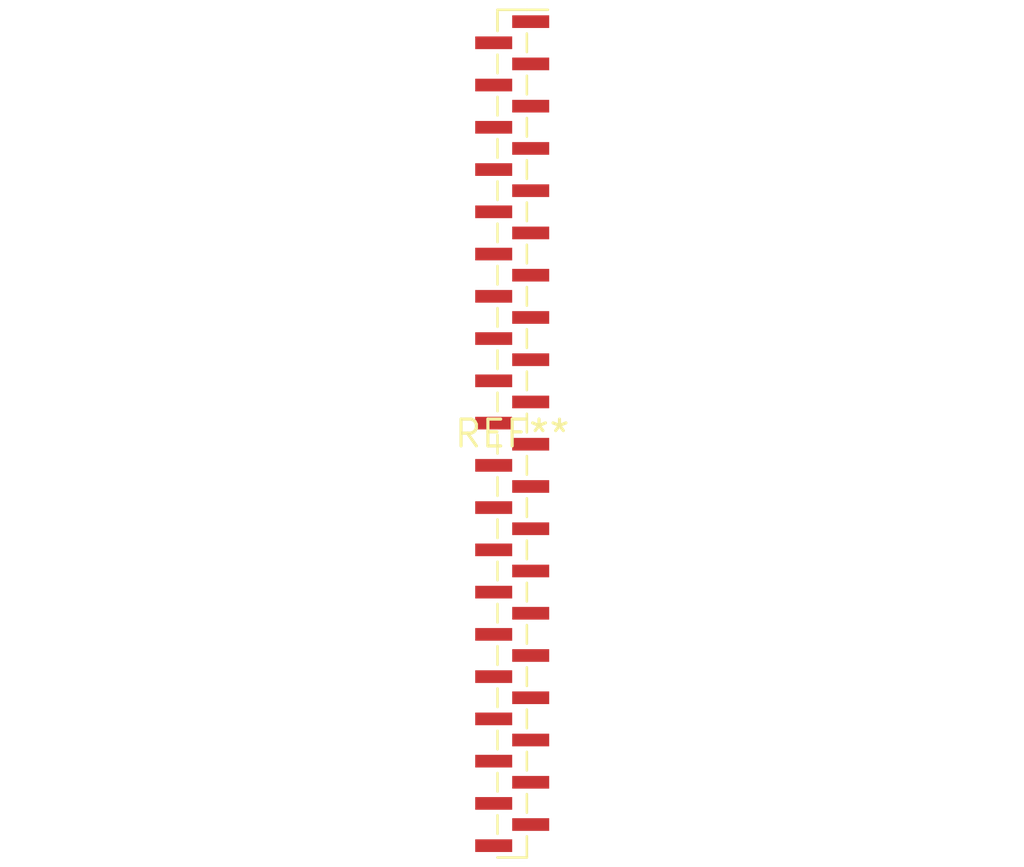
<source format=kicad_pcb>
(kicad_pcb (version 20240108) (generator pcbnew)
  (layers (0 "F.Cu" signal) (31 "B.Cu" signal) (34 "B.Paste" user) (35 "F.Paste" user) (36 "B.SilkS" user "B.Silkscreen") (37 "F.SilkS" user "F.Silkscreen") (38 "B.Mask" user) (39 "F.Mask" user) (44 "Edge.Cuts" user))
  (net 0 "")
  (footprint "PinHeader_1x40_P1.00mm_Vertical_SMD_Pin1Right" (layer "F.Cu") (at 0 0)
    (property "Reference" "REF**")
    (property "Value" "PinHeader_1x40_P1.00mm_Vertical_SMD_Pin1Right")
    (fp_line (start -0.695 -20.06) (end -0.695 -19.06) (layer "F.SilkS") (stroke (width 0.12)))
    (fp_line (start -0.695 -20.06) (end 0.695 -20.06) (layer "F.SilkS") (stroke (width 0.12)))
    (fp_line (start -0.695 -19.94) (end -0.695 -19.06) (layer "F.SilkS") (stroke (width 0.12)))
    (fp_line (start -0.695 -17.94) (end -0.695 -17.06) (layer "F.SilkS") (stroke (width 0.12)))
    (fp_line (start -0.695 -15.94) (end -0.695 -15.06) (layer "F.SilkS") (stroke (width 0.12)))
    (fp_line (start -0.695 -13.94) (end -0.695 -13.06) (layer "F.SilkS") (stroke (width 0.12)))
    (fp_line (start -0.695 -11.94) (end -0.695 -11.06) (layer "F.SilkS") (stroke (width 0.12)))
    (fp_line (start -0.695 -9.94) (end -0.695 -9.06) (layer "F.SilkS") (stroke (width 0.12)))
    (fp_line (start -0.695 -7.94) (end -0.695 -7.06) (layer "F.SilkS") (stroke (width 0.12)))
    (fp_line (start -0.695 -5.94) (end -0.695 -5.06) (layer "F.SilkS") (stroke (width 0.12)))
    (fp_line (start -0.695 -3.94) (end -0.695 -3.06) (layer "F.SilkS") (stroke (width 0.12)))
    (fp_line (start -0.695 -1.94) (end -0.695 -1.06) (layer "F.SilkS") (stroke (width 0.12)))
    (fp_line (start -0.695 0.06) (end -0.695 0.94) (layer "F.SilkS") (stroke (width 0.12)))
    (fp_line (start -0.695 2.06) (end -0.695 2.94) (layer "F.SilkS") (stroke (width 0.12)))
    (fp_line (start -0.695 4.06) (end -0.695 4.94) (layer "F.SilkS") (stroke (width 0.12)))
    (fp_line (start -0.695 6.06) (end -0.695 6.94) (layer "F.SilkS") (stroke (width 0.12)))
    (fp_line (start -0.695 8.06) (end -0.695 8.94) (layer "F.SilkS") (stroke (width 0.12)))
    (fp_line (start -0.695 10.06) (end -0.695 10.94) (layer "F.SilkS") (stroke (width 0.12)))
    (fp_line (start -0.695 12.06) (end -0.695 12.94) (layer "F.SilkS") (stroke (width 0.12)))
    (fp_line (start -0.695 14.06) (end -0.695 14.94) (layer "F.SilkS") (stroke (width 0.12)))
    (fp_line (start -0.695 16.06) (end -0.695 16.94) (layer "F.SilkS") (stroke (width 0.12)))
    (fp_line (start -0.695 18.06) (end -0.695 18.94) (layer "F.SilkS") (stroke (width 0.12)))
    (fp_line (start -0.695 20.06) (end -0.695 20.06) (layer "F.SilkS") (stroke (width 0.12)))
    (fp_line (start -0.695 20.06) (end 0.695 20.06) (layer "F.SilkS") (stroke (width 0.12)))
    (fp_line (start 0.695 -20.06) (end 0.695 -20.06) (layer "F.SilkS") (stroke (width 0.12)))
    (fp_line (start 0.695 -20.06) (end 1.69 -20.06) (layer "F.SilkS") (stroke (width 0.12)))
    (fp_line (start 0.695 -18.94) (end 0.695 -18.06) (layer "F.SilkS") (stroke (width 0.12)))
    (fp_line (start 0.695 -16.94) (end 0.695 -16.06) (layer "F.SilkS") (stroke (width 0.12)))
    (fp_line (start 0.695 -14.94) (end 0.695 -14.06) (layer "F.SilkS") (stroke (width 0.12)))
    (fp_line (start 0.695 -12.94) (end 0.695 -12.06) (layer "F.SilkS") (stroke (width 0.12)))
    (fp_line (start 0.695 -10.94) (end 0.695 -10.06) (layer "F.SilkS") (stroke (width 0.12)))
    (fp_line (start 0.695 -8.94) (end 0.695 -8.06) (layer "F.SilkS") (stroke (width 0.12)))
    (fp_line (start 0.695 -6.94) (end 0.695 -6.06) (layer "F.SilkS") (stroke (width 0.12)))
    (fp_line (start 0.695 -4.94) (end 0.695 -4.06) (layer "F.SilkS") (stroke (width 0.12)))
    (fp_line (start 0.695 -2.94) (end 0.695 -2.06) (layer "F.SilkS") (stroke (width 0.12)))
    (fp_line (start 0.695 -0.94) (end 0.695 -0.06) (layer "F.SilkS") (stroke (width 0.12)))
    (fp_line (start 0.695 1.06) (end 0.695 1.94) (layer "F.SilkS") (stroke (width 0.12)))
    (fp_line (start 0.695 3.06) (end 0.695 3.94) (layer "F.SilkS") (stroke (width 0.12)))
    (fp_line (start 0.695 5.06) (end 0.695 5.94) (layer "F.SilkS") (stroke (width 0.12)))
    (fp_line (start 0.695 7.06) (end 0.695 7.94) (layer "F.SilkS") (stroke (width 0.12)))
    (fp_line (start 0.695 9.06) (end 0.695 9.94) (layer "F.SilkS") (stroke (width 0.12)))
    (fp_line (start 0.695 11.06) (end 0.695 11.94) (layer "F.SilkS") (stroke (width 0.12)))
    (fp_line (start 0.695 13.06) (end 0.695 13.94) (layer "F.SilkS") (stroke (width 0.12)))
    (fp_line (start 0.695 15.06) (end 0.695 15.94) (layer "F.SilkS") (stroke (width 0.12)))
    (fp_line (start 0.695 17.06) (end 0.695 17.94) (layer "F.SilkS") (stroke (width 0.12)))
    (fp_line (start 0.695 19.06) (end 0.695 20.06) (layer "F.SilkS") (stroke (width 0.12)))
    (pad "1" smd rect (at 0.875 -19.5) (size 1.75 0.6) (layers "F.Cu" "F.Paste" "F.Mask"))
    (pad "2" smd rect (at -0.875 -18.5) (size 1.75 0.6) (layers "F.Cu" "F.Paste" "F.Mask"))
    (pad "3" smd rect (at 0.875 -17.5) (size 1.75 0.6) (layers "F.Cu" "F.Paste" "F.Mask"))
    (pad "4" smd rect (at -0.875 -16.5) (size 1.75 0.6) (layers "F.Cu" "F.Paste" "F.Mask"))
    (pad "5" smd rect (at 0.875 -15.5) (size 1.75 0.6) (layers "F.Cu" "F.Paste" "F.Mask"))
    (pad "6" smd rect (at -0.875 -14.5) (size 1.75 0.6) (layers "F.Cu" "F.Paste" "F.Mask"))
    (pad "7" smd rect (at 0.875 -13.5) (size 1.75 0.6) (layers "F.Cu" "F.Paste" "F.Mask"))
    (pad "8" smd rect (at -0.875 -12.5) (size 1.75 0.6) (layers "F.Cu" "F.Paste" "F.Mask"))
    (pad "9" smd rect (at 0.875 -11.5) (size 1.75 0.6) (layers "F.Cu" "F.Paste" "F.Mask"))
    (pad "10" smd rect (at -0.875 -10.5) (size 1.75 0.6) (layers "F.Cu" "F.Paste" "F.Mask"))
    (pad "11" smd rect (at 0.875 -9.5) (size 1.75 0.6) (layers "F.Cu" "F.Paste" "F.Mask"))
    (pad "12" smd rect (at -0.875 -8.5) (size 1.75 0.6) (layers "F.Cu" "F.Paste" "F.Mask"))
    (pad "13" smd rect (at 0.875 -7.5) (size 1.75 0.6) (layers "F.Cu" "F.Paste" "F.Mask"))
    (pad "14" smd rect (at -0.875 -6.5) (size 1.75 0.6) (layers "F.Cu" "F.Paste" "F.Mask"))
    (pad "15" smd rect (at 0.875 -5.5) (size 1.75 0.6) (layers "F.Cu" "F.Paste" "F.Mask"))
    (pad "16" smd rect (at -0.875 -4.5) (size 1.75 0.6) (layers "F.Cu" "F.Paste" "F.Mask"))
    (pad "17" smd rect (at 0.875 -3.5) (size 1.75 0.6) (layers "F.Cu" "F.Paste" "F.Mask"))
    (pad "18" smd rect (at -0.875 -2.5) (size 1.75 0.6) (layers "F.Cu" "F.Paste" "F.Mask"))
    (pad "19" smd rect (at 0.875 -1.5) (size 1.75 0.6) (layers "F.Cu" "F.Paste" "F.Mask"))
    (pad "20" smd rect (at -0.875 -0.5) (size 1.75 0.6) (layers "F.Cu" "F.Paste" "F.Mask"))
    (pad "21" smd rect (at 0.875 0.5) (size 1.75 0.6) (layers "F.Cu" "F.Paste" "F.Mask"))
    (pad "22" smd rect (at -0.875 1.5) (size 1.75 0.6) (layers "F.Cu" "F.Paste" "F.Mask"))
    (pad "23" smd rect (at 0.875 2.5) (size 1.75 0.6) (layers "F.Cu" "F.Paste" "F.Mask"))
    (pad "24" smd rect (at -0.875 3.5) (size 1.75 0.6) (layers "F.Cu" "F.Paste" "F.Mask"))
    (pad "25" smd rect (at 0.875 4.5) (size 1.75 0.6) (layers "F.Cu" "F.Paste" "F.Mask"))
    (pad "26" smd rect (at -0.875 5.5) (size 1.75 0.6) (layers "F.Cu" "F.Paste" "F.Mask"))
    (pad "27" smd rect (at 0.875 6.5) (size 1.75 0.6) (layers "F.Cu" "F.Paste" "F.Mask"))
    (pad "28" smd rect (at -0.875 7.5) (size 1.75 0.6) (layers "F.Cu" "F.Paste" "F.Mask"))
    (pad "29" smd rect (at 0.875 8.5) (size 1.75 0.6) (layers "F.Cu" "F.Paste" "F.Mask"))
    (pad "30" smd rect (at -0.875 9.5) (size 1.75 0.6) (layers "F.Cu" "F.Paste" "F.Mask"))
    (pad "31" smd rect (at 0.875 10.5) (size 1.75 0.6) (layers "F.Cu" "F.Paste" "F.Mask"))
    (pad "32" smd rect (at -0.875 11.5) (size 1.75 0.6) (layers "F.Cu" "F.Paste" "F.Mask"))
    (pad "33" smd rect (at 0.875 12.5) (size 1.75 0.6) (layers "F.Cu" "F.Paste" "F.Mask"))
    (pad "34" smd rect (at -0.875 13.5) (size 1.75 0.6) (layers "F.Cu" "F.Paste" "F.Mask"))
    (pad "35" smd rect (at 0.875 14.5) (size 1.75 0.6) (layers "F.Cu" "F.Paste" "F.Mask"))
    (pad "36" smd rect (at -0.875 15.5) (size 1.75 0.6) (layers "F.Cu" "F.Paste" "F.Mask"))
    (pad "37" smd rect (at 0.875 16.5) (size 1.75 0.6) (layers "F.Cu" "F.Paste" "F.Mask"))
    (pad "38" smd rect (at -0.875 17.5) (size 1.75 0.6) (layers "F.Cu" "F.Paste" "F.Mask"))
    (pad "39" smd rect (at 0.875 18.5) (size 1.75 0.6) (layers "F.Cu" "F.Paste" "F.Mask"))
    (pad "40" smd rect (at -0.875 19.5) (size 1.75 0.6) (layers "F.Cu" "F.Paste" "F.Mask"))
  )
)
</source>
